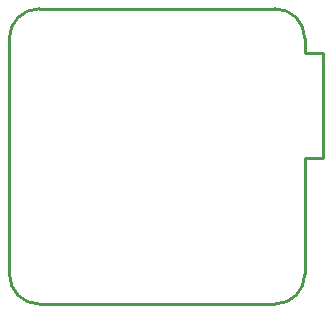
<source format=gko>
G04 ---------------------------- Layer name :KeepOutLayer*
G04 EasyEDA v5.6.15, Thu, 26 Jul 2018 23:14:09 GMT*
G04 c86fb450fb884ade9fd06fb8d4d9ff78*
G04 Gerber Generator version 0.2*
G04 Scale: 100 percent, Rotated: No, Reflected: No *
G04 Dimensions in inches *
G04 leading zeros omitted , absolute positions ,2 integer and 4 decimal *
%FSLAX24Y24*%
%MOIN*%
G90*
G70D02*

%ADD47C,0.010000*%
G54D47*
G75*
G01X8858Y1D02*
G3X9843Y985I0J984D01*
G01*
G01X9843Y985D02*
G01X9843Y4862D01*
G01X10456Y4864D01*
G01X10459Y8365D01*
G01X9843Y8366D01*
G01X9843Y8859D01*
G75*
G01X9843Y8859D02*
G3X8858Y9843I-984J0D01*
G01*
G01X984Y0D02*
G01X8857Y0D01*
G01X8857Y9843D02*
G01X984Y9843D01*
G75*
G01X984Y9843D02*
G3X0Y8859I0J-984D01*
G01*
G75*
G01X0Y985D02*
G3X984Y1I984J0D01*
G01*
G01X0Y8859D02*
G01X0Y985D01*

%LPD*%
M00*
M02*

</source>
